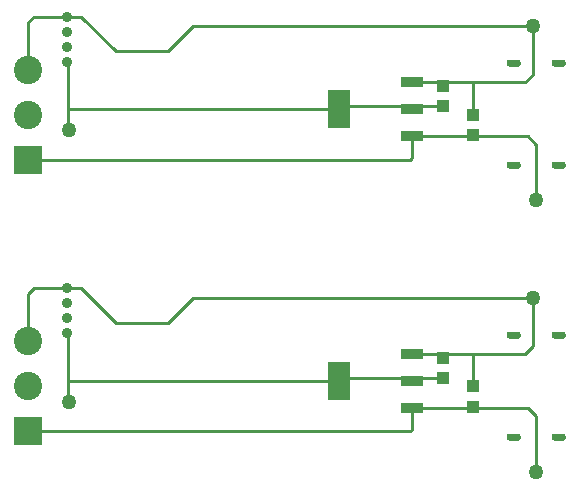
<source format=gbl>
G04*
G04 #@! TF.GenerationSoftware,Altium Limited,Altium Designer,21.3.2 (30)*
G04*
G04 Layer_Physical_Order=2*
G04 Layer_Color=16711680*
%FSTAX24Y24*%
%MOIN*%
G70*
G04*
G04 #@! TF.SameCoordinates,B3087990-D193-403A-B466-816C1580CACB*
G04*
G04*
G04 #@! TF.FilePolarity,Positive*
G04*
G01*
G75*
%ADD18C,0.0100*%
%ADD19C,0.0354*%
%ADD20C,0.0945*%
%ADD21R,0.0945X0.0945*%
%ADD22C,0.0240*%
%ADD23C,0.0500*%
%ADD24C,0.0240*%
%ADD25R,0.0394X0.0433*%
%ADD26R,0.0730X0.0350*%
%ADD27R,0.0730X0.1280*%
D18*
X041266Y030786D02*
X040124Y031928D01*
X043008Y030786D02*
X041266D01*
X043008D02*
X043845Y031623D01*
X055174D02*
X043845D01*
X040124Y031928D02*
X039642D01*
X052172Y028955D02*
X048826D01*
X039711Y028158D02*
X039672Y028198D01*
Y028847D01*
X053166Y029752D02*
X051138D01*
X054927D02*
X053166D01*
Y02866D02*
Y029752D01*
X039672Y028847D02*
Y030398D01*
X048718Y028847D02*
X039672D01*
Y030398D02*
X039642Y030428D01*
X048718Y028847D02*
X048826Y028955D01*
X039642Y031928D02*
X03853D01*
X038343Y031741D02*
X03853Y031928D01*
X038343Y03016D02*
Y031741D01*
X055016Y027942D02*
X051138D01*
Y027219D02*
Y027942D01*
X051079Y02716D02*
X038343D01*
X051079D02*
X051138Y027219D01*
X055292Y025816D02*
Y027666D01*
X055016Y027942D01*
X054927Y029752D02*
X055174Y029999D01*
Y031623D01*
X041266Y039841D02*
X040124Y040983D01*
X043008Y039841D02*
X041266D01*
X043008D02*
X043845Y040678D01*
X055174D02*
X043845D01*
X040124Y040983D02*
X039642D01*
X052172Y038011D02*
X048826D01*
X039711Y037213D02*
X039672Y037253D01*
Y037902D01*
X053166Y038807D02*
X051138D01*
X054927D02*
X053166D01*
Y037715D02*
Y038807D01*
X039672Y037902D02*
Y039453D01*
X048718Y037902D02*
X039672D01*
Y039453D02*
X039642Y039483D01*
X048718Y037902D02*
X048826Y038011D01*
X039642Y040983D02*
X03853D01*
X038343Y040796D02*
X03853Y040983D01*
X038343Y039215D02*
Y040796D01*
X055016Y036997D02*
X051138D01*
Y036274D02*
Y036997D01*
X051079Y036215D02*
X038343D01*
X051079D02*
X051138Y036274D01*
X055292Y034871D02*
Y036721D01*
X055016Y036997D01*
X054927Y038807D02*
X055174Y039054D01*
Y040678D01*
D19*
X039642Y030428D02*
D03*
Y030928D02*
D03*
Y031428D02*
D03*
Y031928D02*
D03*
Y039483D02*
D03*
Y039983D02*
D03*
Y040483D02*
D03*
Y040983D02*
D03*
D20*
X038343Y03016D02*
D03*
Y02866D02*
D03*
Y039215D02*
D03*
Y037715D02*
D03*
D21*
Y02716D02*
D03*
Y036215D02*
D03*
D22*
X056133Y026989D02*
D03*
X055903Y03039D02*
D03*
X056133D02*
D03*
X054407Y026989D02*
D03*
X054637D02*
D03*
X054407Y03039D02*
D03*
X054637D02*
D03*
X055903Y026989D02*
D03*
X056133Y036044D02*
D03*
X055903Y039446D02*
D03*
X056133D02*
D03*
X054407Y036044D02*
D03*
X054637D02*
D03*
X054407Y039446D02*
D03*
X054637D02*
D03*
X055903Y036044D02*
D03*
D23*
X039711Y028158D02*
D03*
X055174Y031623D02*
D03*
X055292Y025816D02*
D03*
X039711Y037213D02*
D03*
X055174Y040678D02*
D03*
X055292Y034871D02*
D03*
D24*
X056133Y026989D02*
X055903D01*
X056133Y03039D02*
X055903D01*
X054637Y026989D02*
X054407D01*
X054637Y03039D02*
X054407D01*
X056133Y036044D02*
X055903D01*
X056133Y039446D02*
X055903D01*
X054637Y036044D02*
X054407D01*
X054637Y039446D02*
X054407D01*
D25*
X052172Y028955D02*
D03*
Y029625D02*
D03*
X053166Y027991D02*
D03*
Y02866D02*
D03*
X052172Y038011D02*
D03*
Y03868D02*
D03*
X053166Y037046D02*
D03*
Y037715D02*
D03*
D26*
X051138Y029752D02*
D03*
Y028847D02*
D03*
Y027942D02*
D03*
Y038807D02*
D03*
Y037902D02*
D03*
Y036997D02*
D03*
D27*
X048718Y028847D02*
D03*
Y037902D02*
D03*
M02*

</source>
